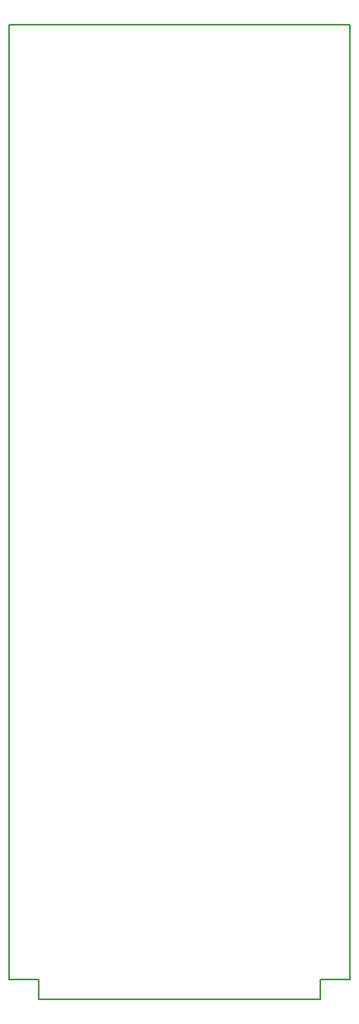
<source format=gm1>
G04 #@! TF.FileFunction,Profile,NP*
%FSLAX46Y46*%
G04 Gerber Fmt 4.6, Leading zero omitted, Abs format (unit mm)*
G04 Created by KiCad (PCBNEW 4.0.2-stable) date 15.03.2017 10:40:45*
%MOMM*%
G01*
G04 APERTURE LIST*
%ADD10C,0.100000*%
%ADD11C,0.150000*%
G04 APERTURE END LIST*
D10*
D11*
X166000000Y-128000000D02*
X166000000Y-30000000D01*
X131000000Y-30000000D02*
X131000000Y-128000000D01*
X131000000Y-30000000D02*
X166000000Y-30000000D01*
X134000000Y-128000000D02*
X131000000Y-128000000D01*
X166000000Y-128000000D02*
X163000000Y-128000000D01*
X134000000Y-130000000D02*
X134000000Y-128000000D01*
X163000000Y-130000000D02*
X134000000Y-130000000D01*
X163000000Y-128000000D02*
X163000000Y-130000000D01*
M02*

</source>
